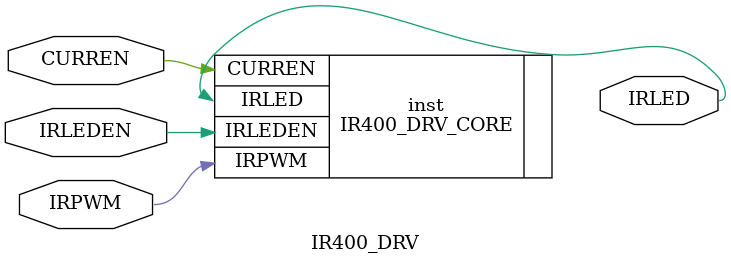
<source format=v>
`timescale 1ps/1ps
module IR400_DRV   (
	CURREN,
	IRLEDEN,
	IRPWM,
	IRLED
);

parameter IR400_CURRENT = "0b00000000";
parameter CURRENT_MODE = "0b0";

	input CURREN,IRLEDEN,IRPWM;
	output 	IRLED; 

 IR400_DRV_CORE #(.IR400_CURRENT(IR400_CURRENT),.CURRENT_MODE(CURRENT_MODE))
inst
 (
	.CURREN(CURREN),
	.IRLEDEN(IRLEDEN),
	.IRPWM(IRPWM),
	.IRLED(IRLED)
);
endmodule

</source>
